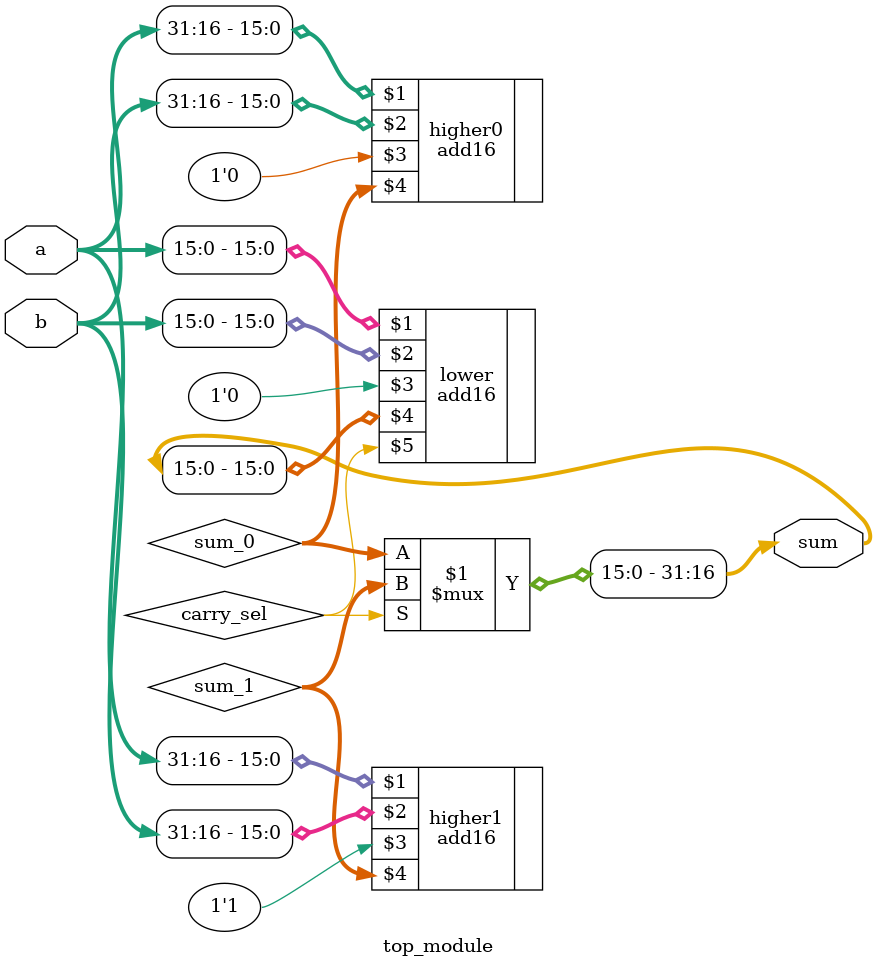
<source format=v>
module top_module(
    input [31:0] a,
    input [31:0] b,
    output [31:0] sum
);
    wire carry_sel;
    wire [31:16] sum_0;
    wire [31:16] sum_1;
    add16 lower(a[15:0], b[15:0], 1'b0, sum[15:0], carry_sel);
    add16 higher0(a[31:16], b[31:16], 1'b0, sum_0);
    add16 higher1(a[31:16], b[31:16], 1'b1, sum_1);
    assign sum[31:16] = carry_sel ? sum_1 : sum_0;

endmodule

</source>
